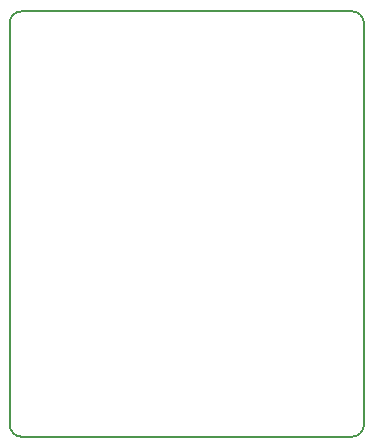
<source format=gko>
%FSLAX44Y44*%
%MOMM*%
G71*
G01*
G75*
G04 Layer_Color=16711935*
%ADD10R,1.0000X0.9000*%
%ADD11R,0.6000X0.6000*%
%ADD12R,0.2800X0.9000*%
%ADD13R,0.9000X0.2800*%
%ADD14R,0.9000X0.8128*%
%ADD15R,0.9000X1.0000*%
%ADD16R,0.6000X0.6000*%
%ADD17O,0.2000X0.6500*%
%ADD18O,0.6500X0.2000*%
%ADD19R,4.7000X4.7000*%
%ADD20R,0.9000X0.8000*%
%ADD21R,2.2000X1.0500*%
%ADD22R,1.1000X1.0000*%
%ADD23R,1.0000X1.5000*%
%ADD24R,1.2500X1.0000*%
%ADD25R,0.6000X1.2000*%
%ADD26R,1.4000X1.1500*%
%ADD27R,0.8128X0.9000*%
%ADD28R,1.0000X0.5500*%
%ADD29R,1.0000X1.1000*%
%ADD30R,1.0500X2.2000*%
%ADD31R,1.2000X0.6000*%
%ADD32O,0.6000X2.0000*%
%ADD33R,1.5000X4.0000*%
%ADD34R,2.2000X1.5500*%
%ADD35R,1.5500X2.2000*%
%ADD36R,1.5240X1.7780*%
G04:AMPARAMS|DCode=37|XSize=1.524mm|YSize=1.778mm|CornerRadius=0mm|HoleSize=0mm|Usage=FLASHONLY|Rotation=0.000|XOffset=0mm|YOffset=0mm|HoleType=Round|Shape=Octagon|*
%AMOCTAGOND37*
4,1,8,-0.3810,0.8890,0.3810,0.8890,0.7620,0.5080,0.7620,-0.5080,0.3810,-0.8890,-0.3810,-0.8890,-0.7620,-0.5080,-0.7620,0.5080,-0.3810,0.8890,0.0*
%
%ADD37OCTAGOND37*%

%ADD38C,0.2540*%
%ADD39C,0.2032*%
%ADD40C,0.1524*%
%ADD41C,0.3810*%
%ADD42C,0.5080*%
%ADD43C,1.0160*%
%ADD44C,0.7620*%
%ADD45C,0.6350*%
%ADD46R,1.1684X1.1430*%
%ADD47O,1.5240X1.6510*%
%ADD48O,1.2700X0.7620*%
%ADD49R,1.7780X1.5240*%
%ADD50O,1.7780X1.5240*%
%ADD51C,0.5588*%
%ADD52R,0.6000X1.4000*%
%ADD53R,1.1470X1.1390*%
%ADD54C,0.1270*%
%ADD55C,0.2500*%
%ADD56C,0.1016*%
%ADD57C,0.2000*%
%ADD58C,0.3000*%
%ADD59C,0.3048*%
%ADD60R,4.0000X0.5000*%
%ADD61R,1.2032X1.1032*%
%ADD62R,0.8032X0.8032*%
%ADD63R,0.4832X1.1032*%
%ADD64R,1.1032X0.4832*%
%ADD65R,1.1032X1.0160*%
%ADD66R,1.1032X1.2032*%
%ADD67R,0.8032X0.8032*%
%ADD68O,0.4032X0.8532*%
%ADD69O,0.8532X0.4032*%
%ADD70R,4.9032X4.9032*%
%ADD71R,1.1032X1.0032*%
%ADD72R,2.4032X1.2532*%
%ADD73R,1.3032X1.2032*%
%ADD74R,1.2032X1.7032*%
%ADD75R,1.4532X1.2032*%
%ADD76R,0.8032X1.4032*%
%ADD77R,1.6032X1.3532*%
%ADD78R,1.0160X1.1032*%
%ADD79R,1.2032X0.7532*%
%ADD80R,1.2032X1.3032*%
%ADD81R,1.2532X2.4032*%
%ADD82R,1.4032X0.8032*%
%ADD83O,0.8032X2.2032*%
%ADD84R,1.7032X4.2032*%
%ADD85R,2.4032X1.7532*%
%ADD86R,1.7532X2.4032*%
%ADD87R,1.7272X1.9812*%
G04:AMPARAMS|DCode=88|XSize=1.7272mm|YSize=1.9812mm|CornerRadius=0mm|HoleSize=0mm|Usage=FLASHONLY|Rotation=0.000|XOffset=0mm|YOffset=0mm|HoleType=Round|Shape=Octagon|*
%AMOCTAGOND88*
4,1,8,-0.4318,0.9906,0.4318,0.9906,0.8636,0.5588,0.8636,-0.5588,0.4318,-0.9906,-0.4318,-0.9906,-0.8636,-0.5588,-0.8636,0.5588,-0.4318,0.9906,0.0*
%
%ADD88OCTAGOND88*%

%ADD89O,1.7272X1.8542*%
%ADD90O,1.4732X0.9652*%
%ADD91R,1.9812X1.7272*%
%ADD92O,1.9812X1.7272*%
%ADD93R,0.8032X1.6032*%
%ADD94C,0.1000*%
D54*
X-140000Y180000D02*
G03*
X-150000Y170000I0J-10000D01*
G01*
X150000D02*
G03*
X140000Y180000I-10000J0D01*
G01*
Y-180000D02*
G03*
X150000Y-170000I0J10000D01*
G01*
X-150000Y-170000D02*
G03*
X-140000Y-180000I10000J0D01*
G01*
X150000Y-170000D02*
Y170000D01*
X-150000Y-170000D02*
Y170000D01*
X-140000Y-180000D02*
X140000D01*
X-140000Y180000D02*
X140000D01*
M02*

</source>
